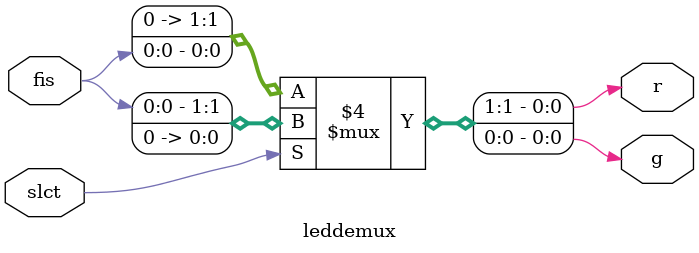
<source format=v>
module leddemux (
  input      slct,
  input      fis,
  output reg r,
  output reg g
);
 
  // using if
  always @* begin
    if (slct == 1'b0)  {r, g} <= {1'b0, fis};
    else               {r, g} <= {fis, 1'b0};
  end
 
  
 
endmodule

</source>
